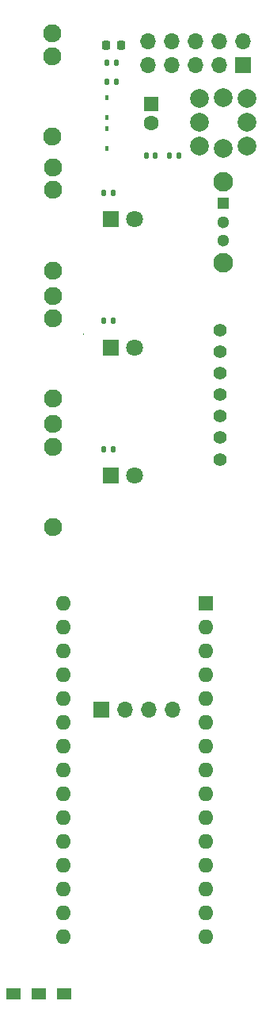
<source format=gbr>
%TF.GenerationSoftware,KiCad,Pcbnew,(6.0.1)*%
%TF.CreationDate,2023-06-13T10:27:40-07:00*%
%TF.ProjectId,16Bars,31364261-7273-42e6-9b69-6361645f7063,rev?*%
%TF.SameCoordinates,Original*%
%TF.FileFunction,Soldermask,Top*%
%TF.FilePolarity,Negative*%
%FSLAX46Y46*%
G04 Gerber Fmt 4.6, Leading zero omitted, Abs format (unit mm)*
G04 Created by KiCad (PCBNEW (6.0.1)) date 2023-06-13 10:27:40*
%MOMM*%
%LPD*%
G01*
G04 APERTURE LIST*
G04 Aperture macros list*
%AMRoundRect*
0 Rectangle with rounded corners*
0 $1 Rounding radius*
0 $2 $3 $4 $5 $6 $7 $8 $9 X,Y pos of 4 corners*
0 Add a 4 corners polygon primitive as box body*
4,1,4,$2,$3,$4,$5,$6,$7,$8,$9,$2,$3,0*
0 Add four circle primitives for the rounded corners*
1,1,$1+$1,$2,$3*
1,1,$1+$1,$4,$5*
1,1,$1+$1,$6,$7*
1,1,$1+$1,$8,$9*
0 Add four rect primitives between the rounded corners*
20,1,$1+$1,$2,$3,$4,$5,0*
20,1,$1+$1,$4,$5,$6,$7,0*
20,1,$1+$1,$6,$7,$8,$9,0*
20,1,$1+$1,$8,$9,$2,$3,0*%
G04 Aperture macros list end*
%ADD10C,0.150000*%
%ADD11R,1.524000X1.270000*%
%ADD12R,1.600000X1.600000*%
%ADD13O,1.600000X1.600000*%
%ADD14R,1.800000X1.800000*%
%ADD15C,1.800000*%
%ADD16C,2.000000*%
%ADD17C,1.930400*%
%ADD18RoundRect,0.135000X0.135000X0.185000X-0.135000X0.185000X-0.135000X-0.185000X0.135000X-0.185000X0*%
%ADD19R,0.450000X0.600000*%
%ADD20RoundRect,0.135000X-0.135000X-0.185000X0.135000X-0.185000X0.135000X0.185000X-0.135000X0.185000X0*%
%ADD21C,1.400000*%
%ADD22RoundRect,0.140000X-0.140000X-0.170000X0.140000X-0.170000X0.140000X0.170000X-0.140000X0.170000X0*%
%ADD23R,1.300000X1.300000*%
%ADD24C,1.300000*%
%ADD25C,2.100000*%
%ADD26RoundRect,0.218750X-0.218750X-0.256250X0.218750X-0.256250X0.218750X0.256250X-0.218750X0.256250X0*%
%ADD27O,1.700000X1.700000*%
%ADD28R,1.700000X1.700000*%
%ADD29C,1.600000*%
G04 APERTURE END LIST*
D10*
X65300001Y-68600000D02*
G75*
G03*
X65300001Y-68600000I-1J0D01*
G01*
D11*
%TO.C,REF\u002A\u002A*%
X63200000Y-138900000D03*
%TD*%
%TO.C,REF\u002A\u002A*%
X60500000Y-138900000D03*
%TD*%
%TO.C,REF\u002A\u002A*%
X57800000Y-138900000D03*
%TD*%
D12*
%TO.C,A1*%
X78360000Y-97250000D03*
D13*
X78360000Y-99790000D03*
X78360000Y-102330000D03*
X78360000Y-104870000D03*
X78360000Y-107410000D03*
X78360000Y-109950000D03*
X78360000Y-112490000D03*
X78360000Y-115030000D03*
X78360000Y-117570000D03*
X78360000Y-120110000D03*
X78360000Y-122650000D03*
X78360000Y-125190000D03*
X78360000Y-127730000D03*
X78360000Y-130270000D03*
X78360000Y-132810000D03*
X63120000Y-132810000D03*
X63120000Y-130270000D03*
X63120000Y-127730000D03*
X63120000Y-125190000D03*
X63120000Y-122650000D03*
X63120000Y-120110000D03*
X63120000Y-117570000D03*
X63120000Y-115030000D03*
X63120000Y-112490000D03*
X63120000Y-109950000D03*
X63120000Y-107410000D03*
X63120000Y-104870000D03*
X63120000Y-102330000D03*
X63120000Y-99790000D03*
X63120000Y-97250000D03*
%TD*%
D14*
%TO.C,D4*%
X68225000Y-69977500D03*
D15*
X70765000Y-69977500D03*
%TD*%
D14*
%TO.C,D3*%
X68225000Y-83655000D03*
D15*
X70765000Y-83655000D03*
%TD*%
D16*
%TO.C,SW1*%
X82777600Y-45980300D03*
X77697600Y-45980300D03*
X77697600Y-43440300D03*
X77697600Y-48520300D03*
X82777600Y-43440300D03*
X82777600Y-48520300D03*
X80237600Y-43320300D03*
X80237600Y-48720300D03*
%TD*%
D17*
%TO.C,J1*%
X61970000Y-47452000D03*
X61970000Y-36479200D03*
X61970000Y-38892200D03*
%TD*%
D18*
%TO.C,R5*%
X68810000Y-41600000D03*
X67790000Y-41600000D03*
%TD*%
D14*
%TO.C,D1*%
X68225000Y-56300000D03*
D15*
X70765000Y-56300000D03*
%TD*%
D19*
%TO.C,D6*%
X67800000Y-43350000D03*
X67800000Y-45450000D03*
%TD*%
D17*
%TO.C,J5*%
X62000000Y-66869700D03*
X62000000Y-64456700D03*
X62000000Y-75429500D03*
%TD*%
D20*
%TO.C,R3*%
X68510000Y-67100000D03*
X67490000Y-67100000D03*
%TD*%
D21*
%TO.C,S1*%
X79912600Y-70400000D03*
X79912600Y-72700000D03*
X79912600Y-75000000D03*
X79912600Y-77300000D03*
X79912600Y-79600000D03*
X79912600Y-68100000D03*
X79912600Y-81900000D03*
%TD*%
D20*
%TO.C,R2*%
X68515000Y-80800000D03*
X67495000Y-80800000D03*
%TD*%
%TO.C,R15*%
X74490000Y-49500000D03*
X75510000Y-49500000D03*
%TD*%
D22*
%TO.C,C11*%
X72020000Y-49500000D03*
X72980000Y-49500000D03*
%TD*%
D23*
%TO.C,SW3*%
X80237600Y-54600000D03*
D24*
X80237600Y-56600000D03*
X80237600Y-58600000D03*
D25*
X80237600Y-52300000D03*
X80237600Y-60900000D03*
%TD*%
D17*
%TO.C,J6*%
X62000000Y-89107000D03*
X62000000Y-78134200D03*
X62000000Y-80547200D03*
%TD*%
D26*
%TO.C,D2*%
X67712500Y-37700000D03*
X69287500Y-37700000D03*
%TD*%
D20*
%TO.C,R1*%
X67490000Y-53500000D03*
X68510000Y-53500000D03*
%TD*%
D17*
%TO.C,J4*%
X62000000Y-61752000D03*
X62000000Y-50779200D03*
X62000000Y-53192200D03*
%TD*%
D27*
%TO.C,J3*%
X74810000Y-108600000D03*
X72270000Y-108600000D03*
X69730000Y-108600000D03*
D28*
X67190000Y-108600000D03*
%TD*%
D18*
%TO.C,R12*%
X68810000Y-39600000D03*
X67790000Y-39600000D03*
%TD*%
D19*
%TO.C,D5*%
X67800000Y-48750000D03*
X67800000Y-46650000D03*
%TD*%
D28*
%TO.C,J2*%
X82400000Y-39900000D03*
D27*
X82400000Y-37360000D03*
X79860000Y-39900000D03*
X79860000Y-37360000D03*
X77320000Y-39900000D03*
X77320000Y-37360000D03*
X74780000Y-39900000D03*
X74780000Y-37360000D03*
X72240000Y-39900000D03*
X72240000Y-37360000D03*
%TD*%
D12*
%TO.C,C1*%
X72500000Y-44000000D03*
D29*
X72500000Y-46000000D03*
%TD*%
M02*

</source>
